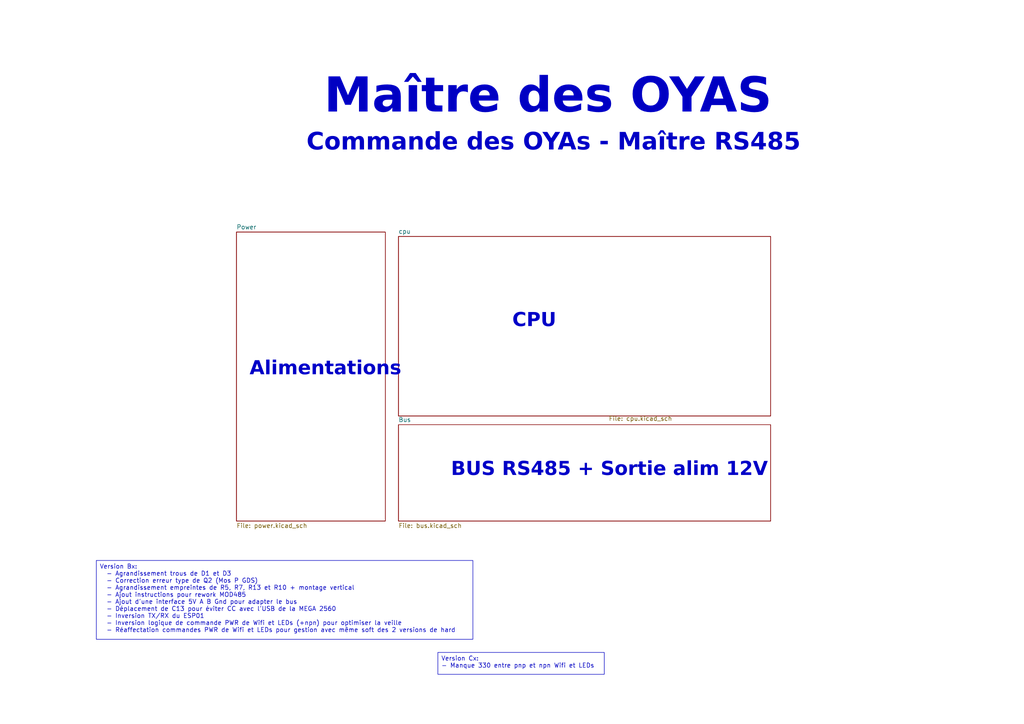
<source format=kicad_sch>
(kicad_sch (version 20230121) (generator eeschema)
  (paper "A4")
  (title_block (title "Commande des OYA - Maître RS485") (date "2025-05-25") (rev "C0") (company "BPC") (comment 1 "Extension Wifi (ESP01)") (comment 2 "Inteface LEDs RGB - Bouton - RTC") (comment 3 "Alim 12V - Sortie 12V pilotable - Bus RS485") (comment 4 "Maître RS485 avec alim 12 V commutée"))
  (lib_symbols)
  (text_box "Version Bx:\n  - Agrandissement trous de D1 et D3\n  - Correction erreur type de Q2 (Mos P GDS)\n  - Agrandissement empreintes de R5, R7, R13 et R10 + montage vertical\n  - Ajout instructions pour rework MOD485\n  - Ajout d'une interface 5V A B Gnd pour adapter le bus\n  - Déplacement de C13 pour éviter CC avec l'USB de la MEGA 2560\n  - Inversion TX/RX du ESP01\n  - Inversion logique de commande PWR de Wifi et LEDs (+npn) pour optimiser la veille\n  - Réaffectation commandes PWR de Wifi et LEDs pour gestion avec même soft des 2 versions de hard\n" (at 27.94 162.56 0) (size 109.22 22.86) (effects (font (size 1.27 1.27)) (justify left top)))
  (text_box "Version Cx:\n- Manque 330 entre pnp et npn Wifi et LEDs" (at 127 189.23 0) (size 48.26 6.35) (effects (font (size 1.27 1.27)) (justify left top)))
  (text "BUS RS485 + Sortie alim 12V" (at 130.81 139.7 0) (effects (font (size 4 4) bold) (justify left bottom)))
  (text "Alimentations" (at 72.39 110.49 0) (effects (font (size 4 4) bold) (justify left bottom)))
  (text "Commande des OYAs - Maître RS485" (at 88.9 45.72 0) (effects (font (size 5 5) bold) (justify left bottom)))
  (text "Maître des OYAS" (at 93.98 36.83 0) (effects (font (size 10 10) (thickness 0.4) bold) (justify left bottom)))
  (text "CPU" (at 148.59 96.52 0) (effects (font (size 4 4) bold) (justify left bottom)))
  (sheet (at 68.58 67.31) (size 43.18 83.82) (stroke (width 0.1524))
    (property "Sheetname" "Power" (at 68.58 66.5984 0) (effects (justify left bottom)))
    (property "Sheetfile" "power.kicad_sch" (at 68.58 151.7146 0) (effects (justify left top)))
  )
  (sheet (at 115.57 123.19) (size 107.95 27.94) (stroke (width 0.1524))
    (property "Sheetname" "Bus" (at 115.57 122.4784 0) (effects (justify left bottom)))
    (property "Sheetfile" "bus.kicad_sch" (at 115.57 151.7146 0) (effects (justify left top)))
  )
  (sheet (at 115.57 68.58) (size 107.95 52.07) (stroke (width 0.1524))
    (property "Sheetname" "cpu" (at 115.57 67.8684 0) (effects (justify left bottom)))
    (property "Sheetfile" "cpu.kicad_sch" (at 176.53 120.65 0) (effects (justify left top)))
  )
)
</source>
